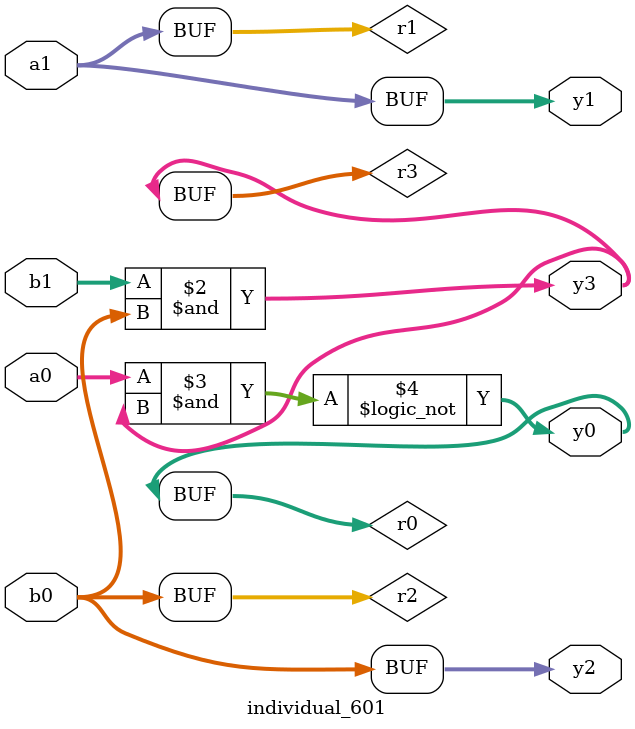
<source format=sv>
module individual_601(input logic [15:0] a1, input logic [15:0] a0, input logic [15:0] b1, input logic [15:0] b0, output logic [15:0] y3, output logic [15:0] y2, output logic [15:0] y1, output logic [15:0] y0);
logic [15:0] r0, r1, r2, r3; 
 always@(*) begin 
	 r0 = a0; r1 = a1; r2 = b0; r3 = b1; 
 	 r3  &=  r2 ;
 	 r0  &=  r3 ;
 	 r0 = ! r0 ;
 	 y3 = r3; y2 = r2; y1 = r1; y0 = r0; 
end
endmodule
</source>
